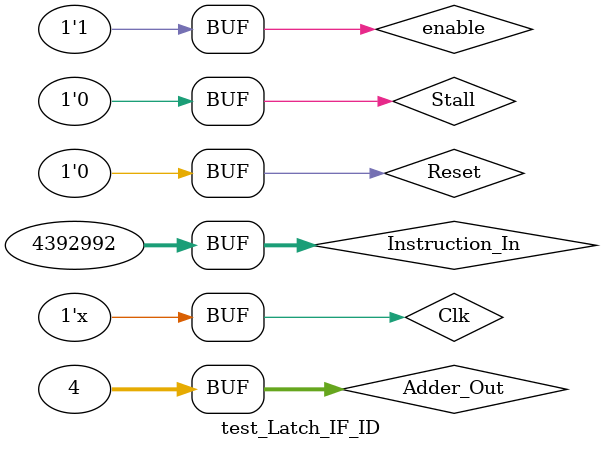
<source format=v>
`timescale 1ns / 1ps
module test_Latch_IF_ID;

	// Inputs
	reg Clk; 
    reg Reset; 
    reg [31:0] Adder_Out; 
    reg [31:0] Instruction_In; 
    reg Stall; 
    reg enable;
	// Outputs
	wire [31:0] Latch_IF_ID_Adder_Out; 
    wire [31:0] Latch_IF_ID_InstrOut;

	// Instantiate the Unit Under Test (UUT)
	Latch_IF_ID uut (
		.Clk(Clk), 
		.Reset(Reset),
		.Adder_Out(Adder_Out),
		.Instruction_In(Instruction_In),
		.Stall(Stall),
		.enable(enable),
		.Latch_IF_ID_Adder_Out(Latch_IF_ID_Adder_Out),
		.Latch_IF_ID_InstrOut(Latch_IF_ID_InstrOut)
	);

   
	initial begin
		// Initialize Inputs
		Clk = 1;
		Reset=1;
		Adder_Out=32'h00000004; // pc=4
		Instruction_In=32'h00430820; // add r1 r2 r3
        Stall=1;
        enable=0;
		#20;
		Reset=0;
        Adder_Out=32'h00000004; // pc=4
        Instruction_In=32'h00430820; // add r1 r2 r3
        Stall=1;
        enable=0;
        #20;
        Reset=0;
        Adder_Out=32'h00000004; // pc=4
        Instruction_In=32'h00430820; // add r1 r2 r3
        Stall=0;
        enable=1;
	end
	
   always begin //clock de la placa 50Mhz
		#10 Clk=~Clk;
	end      
   
endmodule


</source>
